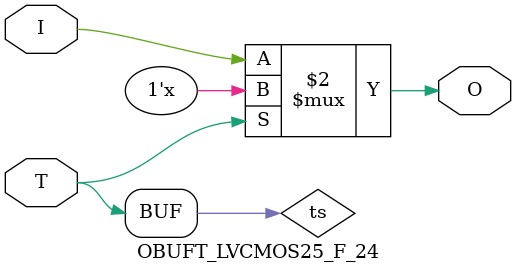
<source format=v>

/*

FUNCTION	: TRI-STATE OUTPUT BUFFER

*/

`celldefine
`timescale  100 ps / 10 ps

module OBUFT_LVCMOS25_F_24 (O, I, T);

    output O;

    input  I, T;

    or O1 (ts, 1'b0, T);
    bufif0 T1 (O, I, ts);

endmodule

</source>
